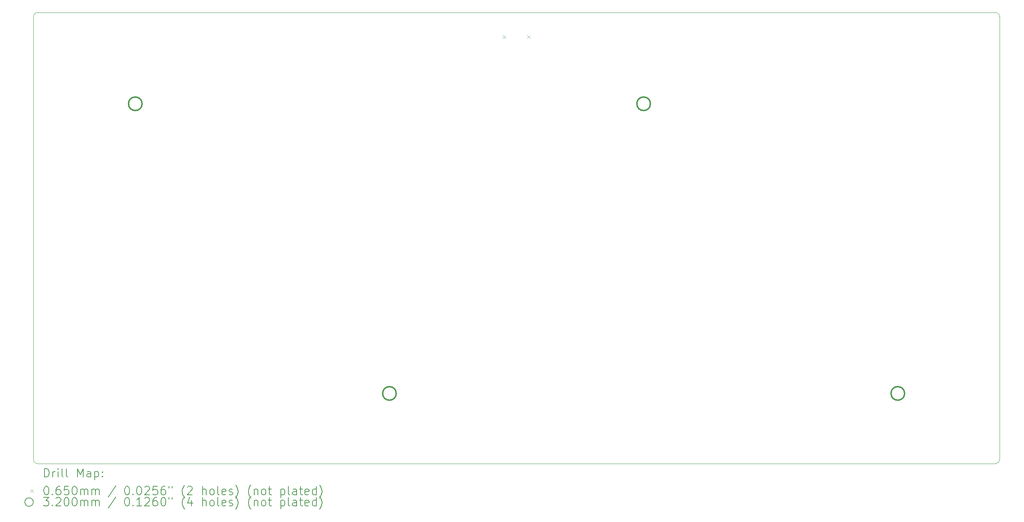
<source format=gbr>
%TF.GenerationSoftware,KiCad,Pcbnew,8.0.3*%
%TF.CreationDate,2024-07-13T17:19:21+02:00*%
%TF.ProjectId,faderboard,66616465-7262-46f6-9172-642e6b696361,rev?*%
%TF.SameCoordinates,Original*%
%TF.FileFunction,Drillmap*%
%TF.FilePolarity,Positive*%
%FSLAX45Y45*%
G04 Gerber Fmt 4.5, Leading zero omitted, Abs format (unit mm)*
G04 Created by KiCad (PCBNEW 8.0.3) date 2024-07-13 17:19:21*
%MOMM*%
%LPD*%
G01*
G04 APERTURE LIST*
%ADD10C,0.100000*%
%ADD11C,0.200000*%
%ADD12C,0.320000*%
G04 APERTURE END LIST*
D10*
X26152500Y-2565000D02*
X26152500Y-13035000D01*
X3447500Y-13135000D02*
X26052500Y-13135000D01*
X3447500Y-13135000D02*
G75*
G02*
X3347500Y-13035000I0J100000D01*
G01*
X3347500Y-2565000D02*
X3347500Y-13035000D01*
X3447500Y-2465000D02*
X26052500Y-2465000D01*
X26152500Y-13035000D02*
G75*
G02*
X26052500Y-13135000I-100000J0D01*
G01*
X3347500Y-2565000D02*
G75*
G02*
X3447500Y-2465000I100000J0D01*
G01*
X26052500Y-2465000D02*
G75*
G02*
X26152500Y-2565000I0J-100000D01*
G01*
D11*
D10*
X14428500Y-3011500D02*
X14493500Y-3076500D01*
X14493500Y-3011500D02*
X14428500Y-3076500D01*
X15006500Y-3011500D02*
X15071500Y-3076500D01*
X15071500Y-3011500D02*
X15006500Y-3076500D01*
D12*
X5910000Y-4625000D02*
G75*
G02*
X5590000Y-4625000I-160000J0D01*
G01*
X5590000Y-4625000D02*
G75*
G02*
X5910000Y-4625000I160000J0D01*
G01*
X11910000Y-11475000D02*
G75*
G02*
X11590000Y-11475000I-160000J0D01*
G01*
X11590000Y-11475000D02*
G75*
G02*
X11910000Y-11475000I160000J0D01*
G01*
X17910000Y-4625000D02*
G75*
G02*
X17590000Y-4625000I-160000J0D01*
G01*
X17590000Y-4625000D02*
G75*
G02*
X17910000Y-4625000I160000J0D01*
G01*
X23910000Y-11475000D02*
G75*
G02*
X23590000Y-11475000I-160000J0D01*
G01*
X23590000Y-11475000D02*
G75*
G02*
X23910000Y-11475000I160000J0D01*
G01*
D11*
X3603277Y-13451484D02*
X3603277Y-13251484D01*
X3603277Y-13251484D02*
X3650896Y-13251484D01*
X3650896Y-13251484D02*
X3679467Y-13261008D01*
X3679467Y-13261008D02*
X3698515Y-13280055D01*
X3698515Y-13280055D02*
X3708039Y-13299103D01*
X3708039Y-13299103D02*
X3717562Y-13337198D01*
X3717562Y-13337198D02*
X3717562Y-13365769D01*
X3717562Y-13365769D02*
X3708039Y-13403865D01*
X3708039Y-13403865D02*
X3698515Y-13422912D01*
X3698515Y-13422912D02*
X3679467Y-13441960D01*
X3679467Y-13441960D02*
X3650896Y-13451484D01*
X3650896Y-13451484D02*
X3603277Y-13451484D01*
X3803277Y-13451484D02*
X3803277Y-13318150D01*
X3803277Y-13356246D02*
X3812801Y-13337198D01*
X3812801Y-13337198D02*
X3822324Y-13327674D01*
X3822324Y-13327674D02*
X3841372Y-13318150D01*
X3841372Y-13318150D02*
X3860420Y-13318150D01*
X3927086Y-13451484D02*
X3927086Y-13318150D01*
X3927086Y-13251484D02*
X3917562Y-13261008D01*
X3917562Y-13261008D02*
X3927086Y-13270531D01*
X3927086Y-13270531D02*
X3936610Y-13261008D01*
X3936610Y-13261008D02*
X3927086Y-13251484D01*
X3927086Y-13251484D02*
X3927086Y-13270531D01*
X4050896Y-13451484D02*
X4031848Y-13441960D01*
X4031848Y-13441960D02*
X4022324Y-13422912D01*
X4022324Y-13422912D02*
X4022324Y-13251484D01*
X4155658Y-13451484D02*
X4136610Y-13441960D01*
X4136610Y-13441960D02*
X4127086Y-13422912D01*
X4127086Y-13422912D02*
X4127086Y-13251484D01*
X4384229Y-13451484D02*
X4384229Y-13251484D01*
X4384229Y-13251484D02*
X4450896Y-13394341D01*
X4450896Y-13394341D02*
X4517563Y-13251484D01*
X4517563Y-13251484D02*
X4517563Y-13451484D01*
X4698515Y-13451484D02*
X4698515Y-13346722D01*
X4698515Y-13346722D02*
X4688991Y-13327674D01*
X4688991Y-13327674D02*
X4669944Y-13318150D01*
X4669944Y-13318150D02*
X4631848Y-13318150D01*
X4631848Y-13318150D02*
X4612801Y-13327674D01*
X4698515Y-13441960D02*
X4679467Y-13451484D01*
X4679467Y-13451484D02*
X4631848Y-13451484D01*
X4631848Y-13451484D02*
X4612801Y-13441960D01*
X4612801Y-13441960D02*
X4603277Y-13422912D01*
X4603277Y-13422912D02*
X4603277Y-13403865D01*
X4603277Y-13403865D02*
X4612801Y-13384817D01*
X4612801Y-13384817D02*
X4631848Y-13375293D01*
X4631848Y-13375293D02*
X4679467Y-13375293D01*
X4679467Y-13375293D02*
X4698515Y-13365769D01*
X4793753Y-13318150D02*
X4793753Y-13518150D01*
X4793753Y-13327674D02*
X4812801Y-13318150D01*
X4812801Y-13318150D02*
X4850896Y-13318150D01*
X4850896Y-13318150D02*
X4869944Y-13327674D01*
X4869944Y-13327674D02*
X4879467Y-13337198D01*
X4879467Y-13337198D02*
X4888991Y-13356246D01*
X4888991Y-13356246D02*
X4888991Y-13413388D01*
X4888991Y-13413388D02*
X4879467Y-13432436D01*
X4879467Y-13432436D02*
X4869944Y-13441960D01*
X4869944Y-13441960D02*
X4850896Y-13451484D01*
X4850896Y-13451484D02*
X4812801Y-13451484D01*
X4812801Y-13451484D02*
X4793753Y-13441960D01*
X4974705Y-13432436D02*
X4984229Y-13441960D01*
X4984229Y-13441960D02*
X4974705Y-13451484D01*
X4974705Y-13451484D02*
X4965182Y-13441960D01*
X4965182Y-13441960D02*
X4974705Y-13432436D01*
X4974705Y-13432436D02*
X4974705Y-13451484D01*
X4974705Y-13327674D02*
X4984229Y-13337198D01*
X4984229Y-13337198D02*
X4974705Y-13346722D01*
X4974705Y-13346722D02*
X4965182Y-13337198D01*
X4965182Y-13337198D02*
X4974705Y-13327674D01*
X4974705Y-13327674D02*
X4974705Y-13346722D01*
D10*
X3277500Y-13747500D02*
X3342500Y-13812500D01*
X3342500Y-13747500D02*
X3277500Y-13812500D01*
D11*
X3641372Y-13671484D02*
X3660420Y-13671484D01*
X3660420Y-13671484D02*
X3679467Y-13681008D01*
X3679467Y-13681008D02*
X3688991Y-13690531D01*
X3688991Y-13690531D02*
X3698515Y-13709579D01*
X3698515Y-13709579D02*
X3708039Y-13747674D01*
X3708039Y-13747674D02*
X3708039Y-13795293D01*
X3708039Y-13795293D02*
X3698515Y-13833388D01*
X3698515Y-13833388D02*
X3688991Y-13852436D01*
X3688991Y-13852436D02*
X3679467Y-13861960D01*
X3679467Y-13861960D02*
X3660420Y-13871484D01*
X3660420Y-13871484D02*
X3641372Y-13871484D01*
X3641372Y-13871484D02*
X3622324Y-13861960D01*
X3622324Y-13861960D02*
X3612801Y-13852436D01*
X3612801Y-13852436D02*
X3603277Y-13833388D01*
X3603277Y-13833388D02*
X3593753Y-13795293D01*
X3593753Y-13795293D02*
X3593753Y-13747674D01*
X3593753Y-13747674D02*
X3603277Y-13709579D01*
X3603277Y-13709579D02*
X3612801Y-13690531D01*
X3612801Y-13690531D02*
X3622324Y-13681008D01*
X3622324Y-13681008D02*
X3641372Y-13671484D01*
X3793753Y-13852436D02*
X3803277Y-13861960D01*
X3803277Y-13861960D02*
X3793753Y-13871484D01*
X3793753Y-13871484D02*
X3784229Y-13861960D01*
X3784229Y-13861960D02*
X3793753Y-13852436D01*
X3793753Y-13852436D02*
X3793753Y-13871484D01*
X3974705Y-13671484D02*
X3936610Y-13671484D01*
X3936610Y-13671484D02*
X3917562Y-13681008D01*
X3917562Y-13681008D02*
X3908039Y-13690531D01*
X3908039Y-13690531D02*
X3888991Y-13719103D01*
X3888991Y-13719103D02*
X3879467Y-13757198D01*
X3879467Y-13757198D02*
X3879467Y-13833388D01*
X3879467Y-13833388D02*
X3888991Y-13852436D01*
X3888991Y-13852436D02*
X3898515Y-13861960D01*
X3898515Y-13861960D02*
X3917562Y-13871484D01*
X3917562Y-13871484D02*
X3955658Y-13871484D01*
X3955658Y-13871484D02*
X3974705Y-13861960D01*
X3974705Y-13861960D02*
X3984229Y-13852436D01*
X3984229Y-13852436D02*
X3993753Y-13833388D01*
X3993753Y-13833388D02*
X3993753Y-13785769D01*
X3993753Y-13785769D02*
X3984229Y-13766722D01*
X3984229Y-13766722D02*
X3974705Y-13757198D01*
X3974705Y-13757198D02*
X3955658Y-13747674D01*
X3955658Y-13747674D02*
X3917562Y-13747674D01*
X3917562Y-13747674D02*
X3898515Y-13757198D01*
X3898515Y-13757198D02*
X3888991Y-13766722D01*
X3888991Y-13766722D02*
X3879467Y-13785769D01*
X4174705Y-13671484D02*
X4079467Y-13671484D01*
X4079467Y-13671484D02*
X4069943Y-13766722D01*
X4069943Y-13766722D02*
X4079467Y-13757198D01*
X4079467Y-13757198D02*
X4098515Y-13747674D01*
X4098515Y-13747674D02*
X4146134Y-13747674D01*
X4146134Y-13747674D02*
X4165182Y-13757198D01*
X4165182Y-13757198D02*
X4174705Y-13766722D01*
X4174705Y-13766722D02*
X4184229Y-13785769D01*
X4184229Y-13785769D02*
X4184229Y-13833388D01*
X4184229Y-13833388D02*
X4174705Y-13852436D01*
X4174705Y-13852436D02*
X4165182Y-13861960D01*
X4165182Y-13861960D02*
X4146134Y-13871484D01*
X4146134Y-13871484D02*
X4098515Y-13871484D01*
X4098515Y-13871484D02*
X4079467Y-13861960D01*
X4079467Y-13861960D02*
X4069943Y-13852436D01*
X4308039Y-13671484D02*
X4327086Y-13671484D01*
X4327086Y-13671484D02*
X4346134Y-13681008D01*
X4346134Y-13681008D02*
X4355658Y-13690531D01*
X4355658Y-13690531D02*
X4365182Y-13709579D01*
X4365182Y-13709579D02*
X4374705Y-13747674D01*
X4374705Y-13747674D02*
X4374705Y-13795293D01*
X4374705Y-13795293D02*
X4365182Y-13833388D01*
X4365182Y-13833388D02*
X4355658Y-13852436D01*
X4355658Y-13852436D02*
X4346134Y-13861960D01*
X4346134Y-13861960D02*
X4327086Y-13871484D01*
X4327086Y-13871484D02*
X4308039Y-13871484D01*
X4308039Y-13871484D02*
X4288991Y-13861960D01*
X4288991Y-13861960D02*
X4279467Y-13852436D01*
X4279467Y-13852436D02*
X4269944Y-13833388D01*
X4269944Y-13833388D02*
X4260420Y-13795293D01*
X4260420Y-13795293D02*
X4260420Y-13747674D01*
X4260420Y-13747674D02*
X4269944Y-13709579D01*
X4269944Y-13709579D02*
X4279467Y-13690531D01*
X4279467Y-13690531D02*
X4288991Y-13681008D01*
X4288991Y-13681008D02*
X4308039Y-13671484D01*
X4460420Y-13871484D02*
X4460420Y-13738150D01*
X4460420Y-13757198D02*
X4469944Y-13747674D01*
X4469944Y-13747674D02*
X4488991Y-13738150D01*
X4488991Y-13738150D02*
X4517563Y-13738150D01*
X4517563Y-13738150D02*
X4536610Y-13747674D01*
X4536610Y-13747674D02*
X4546134Y-13766722D01*
X4546134Y-13766722D02*
X4546134Y-13871484D01*
X4546134Y-13766722D02*
X4555658Y-13747674D01*
X4555658Y-13747674D02*
X4574705Y-13738150D01*
X4574705Y-13738150D02*
X4603277Y-13738150D01*
X4603277Y-13738150D02*
X4622325Y-13747674D01*
X4622325Y-13747674D02*
X4631848Y-13766722D01*
X4631848Y-13766722D02*
X4631848Y-13871484D01*
X4727086Y-13871484D02*
X4727086Y-13738150D01*
X4727086Y-13757198D02*
X4736610Y-13747674D01*
X4736610Y-13747674D02*
X4755658Y-13738150D01*
X4755658Y-13738150D02*
X4784229Y-13738150D01*
X4784229Y-13738150D02*
X4803277Y-13747674D01*
X4803277Y-13747674D02*
X4812801Y-13766722D01*
X4812801Y-13766722D02*
X4812801Y-13871484D01*
X4812801Y-13766722D02*
X4822325Y-13747674D01*
X4822325Y-13747674D02*
X4841372Y-13738150D01*
X4841372Y-13738150D02*
X4869944Y-13738150D01*
X4869944Y-13738150D02*
X4888991Y-13747674D01*
X4888991Y-13747674D02*
X4898515Y-13766722D01*
X4898515Y-13766722D02*
X4898515Y-13871484D01*
X5288991Y-13661960D02*
X5117563Y-13919103D01*
X5546134Y-13671484D02*
X5565182Y-13671484D01*
X5565182Y-13671484D02*
X5584229Y-13681008D01*
X5584229Y-13681008D02*
X5593753Y-13690531D01*
X5593753Y-13690531D02*
X5603277Y-13709579D01*
X5603277Y-13709579D02*
X5612801Y-13747674D01*
X5612801Y-13747674D02*
X5612801Y-13795293D01*
X5612801Y-13795293D02*
X5603277Y-13833388D01*
X5603277Y-13833388D02*
X5593753Y-13852436D01*
X5593753Y-13852436D02*
X5584229Y-13861960D01*
X5584229Y-13861960D02*
X5565182Y-13871484D01*
X5565182Y-13871484D02*
X5546134Y-13871484D01*
X5546134Y-13871484D02*
X5527087Y-13861960D01*
X5527087Y-13861960D02*
X5517563Y-13852436D01*
X5517563Y-13852436D02*
X5508039Y-13833388D01*
X5508039Y-13833388D02*
X5498515Y-13795293D01*
X5498515Y-13795293D02*
X5498515Y-13747674D01*
X5498515Y-13747674D02*
X5508039Y-13709579D01*
X5508039Y-13709579D02*
X5517563Y-13690531D01*
X5517563Y-13690531D02*
X5527087Y-13681008D01*
X5527087Y-13681008D02*
X5546134Y-13671484D01*
X5698515Y-13852436D02*
X5708039Y-13861960D01*
X5708039Y-13861960D02*
X5698515Y-13871484D01*
X5698515Y-13871484D02*
X5688991Y-13861960D01*
X5688991Y-13861960D02*
X5698515Y-13852436D01*
X5698515Y-13852436D02*
X5698515Y-13871484D01*
X5831848Y-13671484D02*
X5850896Y-13671484D01*
X5850896Y-13671484D02*
X5869944Y-13681008D01*
X5869944Y-13681008D02*
X5879467Y-13690531D01*
X5879467Y-13690531D02*
X5888991Y-13709579D01*
X5888991Y-13709579D02*
X5898515Y-13747674D01*
X5898515Y-13747674D02*
X5898515Y-13795293D01*
X5898515Y-13795293D02*
X5888991Y-13833388D01*
X5888991Y-13833388D02*
X5879467Y-13852436D01*
X5879467Y-13852436D02*
X5869944Y-13861960D01*
X5869944Y-13861960D02*
X5850896Y-13871484D01*
X5850896Y-13871484D02*
X5831848Y-13871484D01*
X5831848Y-13871484D02*
X5812801Y-13861960D01*
X5812801Y-13861960D02*
X5803277Y-13852436D01*
X5803277Y-13852436D02*
X5793753Y-13833388D01*
X5793753Y-13833388D02*
X5784229Y-13795293D01*
X5784229Y-13795293D02*
X5784229Y-13747674D01*
X5784229Y-13747674D02*
X5793753Y-13709579D01*
X5793753Y-13709579D02*
X5803277Y-13690531D01*
X5803277Y-13690531D02*
X5812801Y-13681008D01*
X5812801Y-13681008D02*
X5831848Y-13671484D01*
X5974706Y-13690531D02*
X5984229Y-13681008D01*
X5984229Y-13681008D02*
X6003277Y-13671484D01*
X6003277Y-13671484D02*
X6050896Y-13671484D01*
X6050896Y-13671484D02*
X6069944Y-13681008D01*
X6069944Y-13681008D02*
X6079467Y-13690531D01*
X6079467Y-13690531D02*
X6088991Y-13709579D01*
X6088991Y-13709579D02*
X6088991Y-13728627D01*
X6088991Y-13728627D02*
X6079467Y-13757198D01*
X6079467Y-13757198D02*
X5965182Y-13871484D01*
X5965182Y-13871484D02*
X6088991Y-13871484D01*
X6269944Y-13671484D02*
X6174706Y-13671484D01*
X6174706Y-13671484D02*
X6165182Y-13766722D01*
X6165182Y-13766722D02*
X6174706Y-13757198D01*
X6174706Y-13757198D02*
X6193753Y-13747674D01*
X6193753Y-13747674D02*
X6241372Y-13747674D01*
X6241372Y-13747674D02*
X6260420Y-13757198D01*
X6260420Y-13757198D02*
X6269944Y-13766722D01*
X6269944Y-13766722D02*
X6279467Y-13785769D01*
X6279467Y-13785769D02*
X6279467Y-13833388D01*
X6279467Y-13833388D02*
X6269944Y-13852436D01*
X6269944Y-13852436D02*
X6260420Y-13861960D01*
X6260420Y-13861960D02*
X6241372Y-13871484D01*
X6241372Y-13871484D02*
X6193753Y-13871484D01*
X6193753Y-13871484D02*
X6174706Y-13861960D01*
X6174706Y-13861960D02*
X6165182Y-13852436D01*
X6450896Y-13671484D02*
X6412801Y-13671484D01*
X6412801Y-13671484D02*
X6393753Y-13681008D01*
X6393753Y-13681008D02*
X6384229Y-13690531D01*
X6384229Y-13690531D02*
X6365182Y-13719103D01*
X6365182Y-13719103D02*
X6355658Y-13757198D01*
X6355658Y-13757198D02*
X6355658Y-13833388D01*
X6355658Y-13833388D02*
X6365182Y-13852436D01*
X6365182Y-13852436D02*
X6374706Y-13861960D01*
X6374706Y-13861960D02*
X6393753Y-13871484D01*
X6393753Y-13871484D02*
X6431848Y-13871484D01*
X6431848Y-13871484D02*
X6450896Y-13861960D01*
X6450896Y-13861960D02*
X6460420Y-13852436D01*
X6460420Y-13852436D02*
X6469944Y-13833388D01*
X6469944Y-13833388D02*
X6469944Y-13785769D01*
X6469944Y-13785769D02*
X6460420Y-13766722D01*
X6460420Y-13766722D02*
X6450896Y-13757198D01*
X6450896Y-13757198D02*
X6431848Y-13747674D01*
X6431848Y-13747674D02*
X6393753Y-13747674D01*
X6393753Y-13747674D02*
X6374706Y-13757198D01*
X6374706Y-13757198D02*
X6365182Y-13766722D01*
X6365182Y-13766722D02*
X6355658Y-13785769D01*
X6546134Y-13671484D02*
X6546134Y-13709579D01*
X6622325Y-13671484D02*
X6622325Y-13709579D01*
X6917563Y-13947674D02*
X6908039Y-13938150D01*
X6908039Y-13938150D02*
X6888991Y-13909579D01*
X6888991Y-13909579D02*
X6879468Y-13890531D01*
X6879468Y-13890531D02*
X6869944Y-13861960D01*
X6869944Y-13861960D02*
X6860420Y-13814341D01*
X6860420Y-13814341D02*
X6860420Y-13776246D01*
X6860420Y-13776246D02*
X6869944Y-13728627D01*
X6869944Y-13728627D02*
X6879468Y-13700055D01*
X6879468Y-13700055D02*
X6888991Y-13681008D01*
X6888991Y-13681008D02*
X6908039Y-13652436D01*
X6908039Y-13652436D02*
X6917563Y-13642912D01*
X6984229Y-13690531D02*
X6993753Y-13681008D01*
X6993753Y-13681008D02*
X7012801Y-13671484D01*
X7012801Y-13671484D02*
X7060420Y-13671484D01*
X7060420Y-13671484D02*
X7079468Y-13681008D01*
X7079468Y-13681008D02*
X7088991Y-13690531D01*
X7088991Y-13690531D02*
X7098515Y-13709579D01*
X7098515Y-13709579D02*
X7098515Y-13728627D01*
X7098515Y-13728627D02*
X7088991Y-13757198D01*
X7088991Y-13757198D02*
X6974706Y-13871484D01*
X6974706Y-13871484D02*
X7098515Y-13871484D01*
X7336610Y-13871484D02*
X7336610Y-13671484D01*
X7422325Y-13871484D02*
X7422325Y-13766722D01*
X7422325Y-13766722D02*
X7412801Y-13747674D01*
X7412801Y-13747674D02*
X7393753Y-13738150D01*
X7393753Y-13738150D02*
X7365182Y-13738150D01*
X7365182Y-13738150D02*
X7346134Y-13747674D01*
X7346134Y-13747674D02*
X7336610Y-13757198D01*
X7546134Y-13871484D02*
X7527087Y-13861960D01*
X7527087Y-13861960D02*
X7517563Y-13852436D01*
X7517563Y-13852436D02*
X7508039Y-13833388D01*
X7508039Y-13833388D02*
X7508039Y-13776246D01*
X7508039Y-13776246D02*
X7517563Y-13757198D01*
X7517563Y-13757198D02*
X7527087Y-13747674D01*
X7527087Y-13747674D02*
X7546134Y-13738150D01*
X7546134Y-13738150D02*
X7574706Y-13738150D01*
X7574706Y-13738150D02*
X7593753Y-13747674D01*
X7593753Y-13747674D02*
X7603277Y-13757198D01*
X7603277Y-13757198D02*
X7612801Y-13776246D01*
X7612801Y-13776246D02*
X7612801Y-13833388D01*
X7612801Y-13833388D02*
X7603277Y-13852436D01*
X7603277Y-13852436D02*
X7593753Y-13861960D01*
X7593753Y-13861960D02*
X7574706Y-13871484D01*
X7574706Y-13871484D02*
X7546134Y-13871484D01*
X7727087Y-13871484D02*
X7708039Y-13861960D01*
X7708039Y-13861960D02*
X7698515Y-13842912D01*
X7698515Y-13842912D02*
X7698515Y-13671484D01*
X7879468Y-13861960D02*
X7860420Y-13871484D01*
X7860420Y-13871484D02*
X7822325Y-13871484D01*
X7822325Y-13871484D02*
X7803277Y-13861960D01*
X7803277Y-13861960D02*
X7793753Y-13842912D01*
X7793753Y-13842912D02*
X7793753Y-13766722D01*
X7793753Y-13766722D02*
X7803277Y-13747674D01*
X7803277Y-13747674D02*
X7822325Y-13738150D01*
X7822325Y-13738150D02*
X7860420Y-13738150D01*
X7860420Y-13738150D02*
X7879468Y-13747674D01*
X7879468Y-13747674D02*
X7888991Y-13766722D01*
X7888991Y-13766722D02*
X7888991Y-13785769D01*
X7888991Y-13785769D02*
X7793753Y-13804817D01*
X7965182Y-13861960D02*
X7984230Y-13871484D01*
X7984230Y-13871484D02*
X8022325Y-13871484D01*
X8022325Y-13871484D02*
X8041372Y-13861960D01*
X8041372Y-13861960D02*
X8050896Y-13842912D01*
X8050896Y-13842912D02*
X8050896Y-13833388D01*
X8050896Y-13833388D02*
X8041372Y-13814341D01*
X8041372Y-13814341D02*
X8022325Y-13804817D01*
X8022325Y-13804817D02*
X7993753Y-13804817D01*
X7993753Y-13804817D02*
X7974706Y-13795293D01*
X7974706Y-13795293D02*
X7965182Y-13776246D01*
X7965182Y-13776246D02*
X7965182Y-13766722D01*
X7965182Y-13766722D02*
X7974706Y-13747674D01*
X7974706Y-13747674D02*
X7993753Y-13738150D01*
X7993753Y-13738150D02*
X8022325Y-13738150D01*
X8022325Y-13738150D02*
X8041372Y-13747674D01*
X8117563Y-13947674D02*
X8127087Y-13938150D01*
X8127087Y-13938150D02*
X8146134Y-13909579D01*
X8146134Y-13909579D02*
X8155658Y-13890531D01*
X8155658Y-13890531D02*
X8165182Y-13861960D01*
X8165182Y-13861960D02*
X8174706Y-13814341D01*
X8174706Y-13814341D02*
X8174706Y-13776246D01*
X8174706Y-13776246D02*
X8165182Y-13728627D01*
X8165182Y-13728627D02*
X8155658Y-13700055D01*
X8155658Y-13700055D02*
X8146134Y-13681008D01*
X8146134Y-13681008D02*
X8127087Y-13652436D01*
X8127087Y-13652436D02*
X8117563Y-13642912D01*
X8479468Y-13947674D02*
X8469944Y-13938150D01*
X8469944Y-13938150D02*
X8450896Y-13909579D01*
X8450896Y-13909579D02*
X8441373Y-13890531D01*
X8441373Y-13890531D02*
X8431849Y-13861960D01*
X8431849Y-13861960D02*
X8422325Y-13814341D01*
X8422325Y-13814341D02*
X8422325Y-13776246D01*
X8422325Y-13776246D02*
X8431849Y-13728627D01*
X8431849Y-13728627D02*
X8441373Y-13700055D01*
X8441373Y-13700055D02*
X8450896Y-13681008D01*
X8450896Y-13681008D02*
X8469944Y-13652436D01*
X8469944Y-13652436D02*
X8479468Y-13642912D01*
X8555658Y-13738150D02*
X8555658Y-13871484D01*
X8555658Y-13757198D02*
X8565182Y-13747674D01*
X8565182Y-13747674D02*
X8584230Y-13738150D01*
X8584230Y-13738150D02*
X8612801Y-13738150D01*
X8612801Y-13738150D02*
X8631849Y-13747674D01*
X8631849Y-13747674D02*
X8641373Y-13766722D01*
X8641373Y-13766722D02*
X8641373Y-13871484D01*
X8765182Y-13871484D02*
X8746134Y-13861960D01*
X8746134Y-13861960D02*
X8736611Y-13852436D01*
X8736611Y-13852436D02*
X8727087Y-13833388D01*
X8727087Y-13833388D02*
X8727087Y-13776246D01*
X8727087Y-13776246D02*
X8736611Y-13757198D01*
X8736611Y-13757198D02*
X8746134Y-13747674D01*
X8746134Y-13747674D02*
X8765182Y-13738150D01*
X8765182Y-13738150D02*
X8793754Y-13738150D01*
X8793754Y-13738150D02*
X8812801Y-13747674D01*
X8812801Y-13747674D02*
X8822325Y-13757198D01*
X8822325Y-13757198D02*
X8831849Y-13776246D01*
X8831849Y-13776246D02*
X8831849Y-13833388D01*
X8831849Y-13833388D02*
X8822325Y-13852436D01*
X8822325Y-13852436D02*
X8812801Y-13861960D01*
X8812801Y-13861960D02*
X8793754Y-13871484D01*
X8793754Y-13871484D02*
X8765182Y-13871484D01*
X8888992Y-13738150D02*
X8965182Y-13738150D01*
X8917563Y-13671484D02*
X8917563Y-13842912D01*
X8917563Y-13842912D02*
X8927087Y-13861960D01*
X8927087Y-13861960D02*
X8946134Y-13871484D01*
X8946134Y-13871484D02*
X8965182Y-13871484D01*
X9184230Y-13738150D02*
X9184230Y-13938150D01*
X9184230Y-13747674D02*
X9203277Y-13738150D01*
X9203277Y-13738150D02*
X9241373Y-13738150D01*
X9241373Y-13738150D02*
X9260420Y-13747674D01*
X9260420Y-13747674D02*
X9269944Y-13757198D01*
X9269944Y-13757198D02*
X9279468Y-13776246D01*
X9279468Y-13776246D02*
X9279468Y-13833388D01*
X9279468Y-13833388D02*
X9269944Y-13852436D01*
X9269944Y-13852436D02*
X9260420Y-13861960D01*
X9260420Y-13861960D02*
X9241373Y-13871484D01*
X9241373Y-13871484D02*
X9203277Y-13871484D01*
X9203277Y-13871484D02*
X9184230Y-13861960D01*
X9393754Y-13871484D02*
X9374706Y-13861960D01*
X9374706Y-13861960D02*
X9365182Y-13842912D01*
X9365182Y-13842912D02*
X9365182Y-13671484D01*
X9555658Y-13871484D02*
X9555658Y-13766722D01*
X9555658Y-13766722D02*
X9546135Y-13747674D01*
X9546135Y-13747674D02*
X9527087Y-13738150D01*
X9527087Y-13738150D02*
X9488992Y-13738150D01*
X9488992Y-13738150D02*
X9469944Y-13747674D01*
X9555658Y-13861960D02*
X9536611Y-13871484D01*
X9536611Y-13871484D02*
X9488992Y-13871484D01*
X9488992Y-13871484D02*
X9469944Y-13861960D01*
X9469944Y-13861960D02*
X9460420Y-13842912D01*
X9460420Y-13842912D02*
X9460420Y-13823865D01*
X9460420Y-13823865D02*
X9469944Y-13804817D01*
X9469944Y-13804817D02*
X9488992Y-13795293D01*
X9488992Y-13795293D02*
X9536611Y-13795293D01*
X9536611Y-13795293D02*
X9555658Y-13785769D01*
X9622325Y-13738150D02*
X9698515Y-13738150D01*
X9650896Y-13671484D02*
X9650896Y-13842912D01*
X9650896Y-13842912D02*
X9660420Y-13861960D01*
X9660420Y-13861960D02*
X9679468Y-13871484D01*
X9679468Y-13871484D02*
X9698515Y-13871484D01*
X9841373Y-13861960D02*
X9822325Y-13871484D01*
X9822325Y-13871484D02*
X9784230Y-13871484D01*
X9784230Y-13871484D02*
X9765182Y-13861960D01*
X9765182Y-13861960D02*
X9755658Y-13842912D01*
X9755658Y-13842912D02*
X9755658Y-13766722D01*
X9755658Y-13766722D02*
X9765182Y-13747674D01*
X9765182Y-13747674D02*
X9784230Y-13738150D01*
X9784230Y-13738150D02*
X9822325Y-13738150D01*
X9822325Y-13738150D02*
X9841373Y-13747674D01*
X9841373Y-13747674D02*
X9850896Y-13766722D01*
X9850896Y-13766722D02*
X9850896Y-13785769D01*
X9850896Y-13785769D02*
X9755658Y-13804817D01*
X10022325Y-13871484D02*
X10022325Y-13671484D01*
X10022325Y-13861960D02*
X10003277Y-13871484D01*
X10003277Y-13871484D02*
X9965182Y-13871484D01*
X9965182Y-13871484D02*
X9946135Y-13861960D01*
X9946135Y-13861960D02*
X9936611Y-13852436D01*
X9936611Y-13852436D02*
X9927087Y-13833388D01*
X9927087Y-13833388D02*
X9927087Y-13776246D01*
X9927087Y-13776246D02*
X9936611Y-13757198D01*
X9936611Y-13757198D02*
X9946135Y-13747674D01*
X9946135Y-13747674D02*
X9965182Y-13738150D01*
X9965182Y-13738150D02*
X10003277Y-13738150D01*
X10003277Y-13738150D02*
X10022325Y-13747674D01*
X10098516Y-13947674D02*
X10108039Y-13938150D01*
X10108039Y-13938150D02*
X10127087Y-13909579D01*
X10127087Y-13909579D02*
X10136611Y-13890531D01*
X10136611Y-13890531D02*
X10146135Y-13861960D01*
X10146135Y-13861960D02*
X10155658Y-13814341D01*
X10155658Y-13814341D02*
X10155658Y-13776246D01*
X10155658Y-13776246D02*
X10146135Y-13728627D01*
X10146135Y-13728627D02*
X10136611Y-13700055D01*
X10136611Y-13700055D02*
X10127087Y-13681008D01*
X10127087Y-13681008D02*
X10108039Y-13652436D01*
X10108039Y-13652436D02*
X10098516Y-13642912D01*
X3342500Y-14044000D02*
G75*
G02*
X3142500Y-14044000I-100000J0D01*
G01*
X3142500Y-14044000D02*
G75*
G02*
X3342500Y-14044000I100000J0D01*
G01*
X3584229Y-13935484D02*
X3708039Y-13935484D01*
X3708039Y-13935484D02*
X3641372Y-14011674D01*
X3641372Y-14011674D02*
X3669943Y-14011674D01*
X3669943Y-14011674D02*
X3688991Y-14021198D01*
X3688991Y-14021198D02*
X3698515Y-14030722D01*
X3698515Y-14030722D02*
X3708039Y-14049769D01*
X3708039Y-14049769D02*
X3708039Y-14097388D01*
X3708039Y-14097388D02*
X3698515Y-14116436D01*
X3698515Y-14116436D02*
X3688991Y-14125960D01*
X3688991Y-14125960D02*
X3669943Y-14135484D01*
X3669943Y-14135484D02*
X3612801Y-14135484D01*
X3612801Y-14135484D02*
X3593753Y-14125960D01*
X3593753Y-14125960D02*
X3584229Y-14116436D01*
X3793753Y-14116436D02*
X3803277Y-14125960D01*
X3803277Y-14125960D02*
X3793753Y-14135484D01*
X3793753Y-14135484D02*
X3784229Y-14125960D01*
X3784229Y-14125960D02*
X3793753Y-14116436D01*
X3793753Y-14116436D02*
X3793753Y-14135484D01*
X3879467Y-13954531D02*
X3888991Y-13945008D01*
X3888991Y-13945008D02*
X3908039Y-13935484D01*
X3908039Y-13935484D02*
X3955658Y-13935484D01*
X3955658Y-13935484D02*
X3974705Y-13945008D01*
X3974705Y-13945008D02*
X3984229Y-13954531D01*
X3984229Y-13954531D02*
X3993753Y-13973579D01*
X3993753Y-13973579D02*
X3993753Y-13992627D01*
X3993753Y-13992627D02*
X3984229Y-14021198D01*
X3984229Y-14021198D02*
X3869943Y-14135484D01*
X3869943Y-14135484D02*
X3993753Y-14135484D01*
X4117562Y-13935484D02*
X4136610Y-13935484D01*
X4136610Y-13935484D02*
X4155658Y-13945008D01*
X4155658Y-13945008D02*
X4165182Y-13954531D01*
X4165182Y-13954531D02*
X4174705Y-13973579D01*
X4174705Y-13973579D02*
X4184229Y-14011674D01*
X4184229Y-14011674D02*
X4184229Y-14059293D01*
X4184229Y-14059293D02*
X4174705Y-14097388D01*
X4174705Y-14097388D02*
X4165182Y-14116436D01*
X4165182Y-14116436D02*
X4155658Y-14125960D01*
X4155658Y-14125960D02*
X4136610Y-14135484D01*
X4136610Y-14135484D02*
X4117562Y-14135484D01*
X4117562Y-14135484D02*
X4098515Y-14125960D01*
X4098515Y-14125960D02*
X4088991Y-14116436D01*
X4088991Y-14116436D02*
X4079467Y-14097388D01*
X4079467Y-14097388D02*
X4069943Y-14059293D01*
X4069943Y-14059293D02*
X4069943Y-14011674D01*
X4069943Y-14011674D02*
X4079467Y-13973579D01*
X4079467Y-13973579D02*
X4088991Y-13954531D01*
X4088991Y-13954531D02*
X4098515Y-13945008D01*
X4098515Y-13945008D02*
X4117562Y-13935484D01*
X4308039Y-13935484D02*
X4327086Y-13935484D01*
X4327086Y-13935484D02*
X4346134Y-13945008D01*
X4346134Y-13945008D02*
X4355658Y-13954531D01*
X4355658Y-13954531D02*
X4365182Y-13973579D01*
X4365182Y-13973579D02*
X4374705Y-14011674D01*
X4374705Y-14011674D02*
X4374705Y-14059293D01*
X4374705Y-14059293D02*
X4365182Y-14097388D01*
X4365182Y-14097388D02*
X4355658Y-14116436D01*
X4355658Y-14116436D02*
X4346134Y-14125960D01*
X4346134Y-14125960D02*
X4327086Y-14135484D01*
X4327086Y-14135484D02*
X4308039Y-14135484D01*
X4308039Y-14135484D02*
X4288991Y-14125960D01*
X4288991Y-14125960D02*
X4279467Y-14116436D01*
X4279467Y-14116436D02*
X4269944Y-14097388D01*
X4269944Y-14097388D02*
X4260420Y-14059293D01*
X4260420Y-14059293D02*
X4260420Y-14011674D01*
X4260420Y-14011674D02*
X4269944Y-13973579D01*
X4269944Y-13973579D02*
X4279467Y-13954531D01*
X4279467Y-13954531D02*
X4288991Y-13945008D01*
X4288991Y-13945008D02*
X4308039Y-13935484D01*
X4460420Y-14135484D02*
X4460420Y-14002150D01*
X4460420Y-14021198D02*
X4469944Y-14011674D01*
X4469944Y-14011674D02*
X4488991Y-14002150D01*
X4488991Y-14002150D02*
X4517563Y-14002150D01*
X4517563Y-14002150D02*
X4536610Y-14011674D01*
X4536610Y-14011674D02*
X4546134Y-14030722D01*
X4546134Y-14030722D02*
X4546134Y-14135484D01*
X4546134Y-14030722D02*
X4555658Y-14011674D01*
X4555658Y-14011674D02*
X4574705Y-14002150D01*
X4574705Y-14002150D02*
X4603277Y-14002150D01*
X4603277Y-14002150D02*
X4622325Y-14011674D01*
X4622325Y-14011674D02*
X4631848Y-14030722D01*
X4631848Y-14030722D02*
X4631848Y-14135484D01*
X4727086Y-14135484D02*
X4727086Y-14002150D01*
X4727086Y-14021198D02*
X4736610Y-14011674D01*
X4736610Y-14011674D02*
X4755658Y-14002150D01*
X4755658Y-14002150D02*
X4784229Y-14002150D01*
X4784229Y-14002150D02*
X4803277Y-14011674D01*
X4803277Y-14011674D02*
X4812801Y-14030722D01*
X4812801Y-14030722D02*
X4812801Y-14135484D01*
X4812801Y-14030722D02*
X4822325Y-14011674D01*
X4822325Y-14011674D02*
X4841372Y-14002150D01*
X4841372Y-14002150D02*
X4869944Y-14002150D01*
X4869944Y-14002150D02*
X4888991Y-14011674D01*
X4888991Y-14011674D02*
X4898515Y-14030722D01*
X4898515Y-14030722D02*
X4898515Y-14135484D01*
X5288991Y-13925960D02*
X5117563Y-14183103D01*
X5546134Y-13935484D02*
X5565182Y-13935484D01*
X5565182Y-13935484D02*
X5584229Y-13945008D01*
X5584229Y-13945008D02*
X5593753Y-13954531D01*
X5593753Y-13954531D02*
X5603277Y-13973579D01*
X5603277Y-13973579D02*
X5612801Y-14011674D01*
X5612801Y-14011674D02*
X5612801Y-14059293D01*
X5612801Y-14059293D02*
X5603277Y-14097388D01*
X5603277Y-14097388D02*
X5593753Y-14116436D01*
X5593753Y-14116436D02*
X5584229Y-14125960D01*
X5584229Y-14125960D02*
X5565182Y-14135484D01*
X5565182Y-14135484D02*
X5546134Y-14135484D01*
X5546134Y-14135484D02*
X5527087Y-14125960D01*
X5527087Y-14125960D02*
X5517563Y-14116436D01*
X5517563Y-14116436D02*
X5508039Y-14097388D01*
X5508039Y-14097388D02*
X5498515Y-14059293D01*
X5498515Y-14059293D02*
X5498515Y-14011674D01*
X5498515Y-14011674D02*
X5508039Y-13973579D01*
X5508039Y-13973579D02*
X5517563Y-13954531D01*
X5517563Y-13954531D02*
X5527087Y-13945008D01*
X5527087Y-13945008D02*
X5546134Y-13935484D01*
X5698515Y-14116436D02*
X5708039Y-14125960D01*
X5708039Y-14125960D02*
X5698515Y-14135484D01*
X5698515Y-14135484D02*
X5688991Y-14125960D01*
X5688991Y-14125960D02*
X5698515Y-14116436D01*
X5698515Y-14116436D02*
X5698515Y-14135484D01*
X5898515Y-14135484D02*
X5784229Y-14135484D01*
X5841372Y-14135484D02*
X5841372Y-13935484D01*
X5841372Y-13935484D02*
X5822325Y-13964055D01*
X5822325Y-13964055D02*
X5803277Y-13983103D01*
X5803277Y-13983103D02*
X5784229Y-13992627D01*
X5974706Y-13954531D02*
X5984229Y-13945008D01*
X5984229Y-13945008D02*
X6003277Y-13935484D01*
X6003277Y-13935484D02*
X6050896Y-13935484D01*
X6050896Y-13935484D02*
X6069944Y-13945008D01*
X6069944Y-13945008D02*
X6079467Y-13954531D01*
X6079467Y-13954531D02*
X6088991Y-13973579D01*
X6088991Y-13973579D02*
X6088991Y-13992627D01*
X6088991Y-13992627D02*
X6079467Y-14021198D01*
X6079467Y-14021198D02*
X5965182Y-14135484D01*
X5965182Y-14135484D02*
X6088991Y-14135484D01*
X6260420Y-13935484D02*
X6222325Y-13935484D01*
X6222325Y-13935484D02*
X6203277Y-13945008D01*
X6203277Y-13945008D02*
X6193753Y-13954531D01*
X6193753Y-13954531D02*
X6174706Y-13983103D01*
X6174706Y-13983103D02*
X6165182Y-14021198D01*
X6165182Y-14021198D02*
X6165182Y-14097388D01*
X6165182Y-14097388D02*
X6174706Y-14116436D01*
X6174706Y-14116436D02*
X6184229Y-14125960D01*
X6184229Y-14125960D02*
X6203277Y-14135484D01*
X6203277Y-14135484D02*
X6241372Y-14135484D01*
X6241372Y-14135484D02*
X6260420Y-14125960D01*
X6260420Y-14125960D02*
X6269944Y-14116436D01*
X6269944Y-14116436D02*
X6279467Y-14097388D01*
X6279467Y-14097388D02*
X6279467Y-14049769D01*
X6279467Y-14049769D02*
X6269944Y-14030722D01*
X6269944Y-14030722D02*
X6260420Y-14021198D01*
X6260420Y-14021198D02*
X6241372Y-14011674D01*
X6241372Y-14011674D02*
X6203277Y-14011674D01*
X6203277Y-14011674D02*
X6184229Y-14021198D01*
X6184229Y-14021198D02*
X6174706Y-14030722D01*
X6174706Y-14030722D02*
X6165182Y-14049769D01*
X6403277Y-13935484D02*
X6422325Y-13935484D01*
X6422325Y-13935484D02*
X6441372Y-13945008D01*
X6441372Y-13945008D02*
X6450896Y-13954531D01*
X6450896Y-13954531D02*
X6460420Y-13973579D01*
X6460420Y-13973579D02*
X6469944Y-14011674D01*
X6469944Y-14011674D02*
X6469944Y-14059293D01*
X6469944Y-14059293D02*
X6460420Y-14097388D01*
X6460420Y-14097388D02*
X6450896Y-14116436D01*
X6450896Y-14116436D02*
X6441372Y-14125960D01*
X6441372Y-14125960D02*
X6422325Y-14135484D01*
X6422325Y-14135484D02*
X6403277Y-14135484D01*
X6403277Y-14135484D02*
X6384229Y-14125960D01*
X6384229Y-14125960D02*
X6374706Y-14116436D01*
X6374706Y-14116436D02*
X6365182Y-14097388D01*
X6365182Y-14097388D02*
X6355658Y-14059293D01*
X6355658Y-14059293D02*
X6355658Y-14011674D01*
X6355658Y-14011674D02*
X6365182Y-13973579D01*
X6365182Y-13973579D02*
X6374706Y-13954531D01*
X6374706Y-13954531D02*
X6384229Y-13945008D01*
X6384229Y-13945008D02*
X6403277Y-13935484D01*
X6546134Y-13935484D02*
X6546134Y-13973579D01*
X6622325Y-13935484D02*
X6622325Y-13973579D01*
X6917563Y-14211674D02*
X6908039Y-14202150D01*
X6908039Y-14202150D02*
X6888991Y-14173579D01*
X6888991Y-14173579D02*
X6879468Y-14154531D01*
X6879468Y-14154531D02*
X6869944Y-14125960D01*
X6869944Y-14125960D02*
X6860420Y-14078341D01*
X6860420Y-14078341D02*
X6860420Y-14040246D01*
X6860420Y-14040246D02*
X6869944Y-13992627D01*
X6869944Y-13992627D02*
X6879468Y-13964055D01*
X6879468Y-13964055D02*
X6888991Y-13945008D01*
X6888991Y-13945008D02*
X6908039Y-13916436D01*
X6908039Y-13916436D02*
X6917563Y-13906912D01*
X7079468Y-14002150D02*
X7079468Y-14135484D01*
X7031848Y-13925960D02*
X6984229Y-14068817D01*
X6984229Y-14068817D02*
X7108039Y-14068817D01*
X7336610Y-14135484D02*
X7336610Y-13935484D01*
X7422325Y-14135484D02*
X7422325Y-14030722D01*
X7422325Y-14030722D02*
X7412801Y-14011674D01*
X7412801Y-14011674D02*
X7393753Y-14002150D01*
X7393753Y-14002150D02*
X7365182Y-14002150D01*
X7365182Y-14002150D02*
X7346134Y-14011674D01*
X7346134Y-14011674D02*
X7336610Y-14021198D01*
X7546134Y-14135484D02*
X7527087Y-14125960D01*
X7527087Y-14125960D02*
X7517563Y-14116436D01*
X7517563Y-14116436D02*
X7508039Y-14097388D01*
X7508039Y-14097388D02*
X7508039Y-14040246D01*
X7508039Y-14040246D02*
X7517563Y-14021198D01*
X7517563Y-14021198D02*
X7527087Y-14011674D01*
X7527087Y-14011674D02*
X7546134Y-14002150D01*
X7546134Y-14002150D02*
X7574706Y-14002150D01*
X7574706Y-14002150D02*
X7593753Y-14011674D01*
X7593753Y-14011674D02*
X7603277Y-14021198D01*
X7603277Y-14021198D02*
X7612801Y-14040246D01*
X7612801Y-14040246D02*
X7612801Y-14097388D01*
X7612801Y-14097388D02*
X7603277Y-14116436D01*
X7603277Y-14116436D02*
X7593753Y-14125960D01*
X7593753Y-14125960D02*
X7574706Y-14135484D01*
X7574706Y-14135484D02*
X7546134Y-14135484D01*
X7727087Y-14135484D02*
X7708039Y-14125960D01*
X7708039Y-14125960D02*
X7698515Y-14106912D01*
X7698515Y-14106912D02*
X7698515Y-13935484D01*
X7879468Y-14125960D02*
X7860420Y-14135484D01*
X7860420Y-14135484D02*
X7822325Y-14135484D01*
X7822325Y-14135484D02*
X7803277Y-14125960D01*
X7803277Y-14125960D02*
X7793753Y-14106912D01*
X7793753Y-14106912D02*
X7793753Y-14030722D01*
X7793753Y-14030722D02*
X7803277Y-14011674D01*
X7803277Y-14011674D02*
X7822325Y-14002150D01*
X7822325Y-14002150D02*
X7860420Y-14002150D01*
X7860420Y-14002150D02*
X7879468Y-14011674D01*
X7879468Y-14011674D02*
X7888991Y-14030722D01*
X7888991Y-14030722D02*
X7888991Y-14049769D01*
X7888991Y-14049769D02*
X7793753Y-14068817D01*
X7965182Y-14125960D02*
X7984230Y-14135484D01*
X7984230Y-14135484D02*
X8022325Y-14135484D01*
X8022325Y-14135484D02*
X8041372Y-14125960D01*
X8041372Y-14125960D02*
X8050896Y-14106912D01*
X8050896Y-14106912D02*
X8050896Y-14097388D01*
X8050896Y-14097388D02*
X8041372Y-14078341D01*
X8041372Y-14078341D02*
X8022325Y-14068817D01*
X8022325Y-14068817D02*
X7993753Y-14068817D01*
X7993753Y-14068817D02*
X7974706Y-14059293D01*
X7974706Y-14059293D02*
X7965182Y-14040246D01*
X7965182Y-14040246D02*
X7965182Y-14030722D01*
X7965182Y-14030722D02*
X7974706Y-14011674D01*
X7974706Y-14011674D02*
X7993753Y-14002150D01*
X7993753Y-14002150D02*
X8022325Y-14002150D01*
X8022325Y-14002150D02*
X8041372Y-14011674D01*
X8117563Y-14211674D02*
X8127087Y-14202150D01*
X8127087Y-14202150D02*
X8146134Y-14173579D01*
X8146134Y-14173579D02*
X8155658Y-14154531D01*
X8155658Y-14154531D02*
X8165182Y-14125960D01*
X8165182Y-14125960D02*
X8174706Y-14078341D01*
X8174706Y-14078341D02*
X8174706Y-14040246D01*
X8174706Y-14040246D02*
X8165182Y-13992627D01*
X8165182Y-13992627D02*
X8155658Y-13964055D01*
X8155658Y-13964055D02*
X8146134Y-13945008D01*
X8146134Y-13945008D02*
X8127087Y-13916436D01*
X8127087Y-13916436D02*
X8117563Y-13906912D01*
X8479468Y-14211674D02*
X8469944Y-14202150D01*
X8469944Y-14202150D02*
X8450896Y-14173579D01*
X8450896Y-14173579D02*
X8441373Y-14154531D01*
X8441373Y-14154531D02*
X8431849Y-14125960D01*
X8431849Y-14125960D02*
X8422325Y-14078341D01*
X8422325Y-14078341D02*
X8422325Y-14040246D01*
X8422325Y-14040246D02*
X8431849Y-13992627D01*
X8431849Y-13992627D02*
X8441373Y-13964055D01*
X8441373Y-13964055D02*
X8450896Y-13945008D01*
X8450896Y-13945008D02*
X8469944Y-13916436D01*
X8469944Y-13916436D02*
X8479468Y-13906912D01*
X8555658Y-14002150D02*
X8555658Y-14135484D01*
X8555658Y-14021198D02*
X8565182Y-14011674D01*
X8565182Y-14011674D02*
X8584230Y-14002150D01*
X8584230Y-14002150D02*
X8612801Y-14002150D01*
X8612801Y-14002150D02*
X8631849Y-14011674D01*
X8631849Y-14011674D02*
X8641373Y-14030722D01*
X8641373Y-14030722D02*
X8641373Y-14135484D01*
X8765182Y-14135484D02*
X8746134Y-14125960D01*
X8746134Y-14125960D02*
X8736611Y-14116436D01*
X8736611Y-14116436D02*
X8727087Y-14097388D01*
X8727087Y-14097388D02*
X8727087Y-14040246D01*
X8727087Y-14040246D02*
X8736611Y-14021198D01*
X8736611Y-14021198D02*
X8746134Y-14011674D01*
X8746134Y-14011674D02*
X8765182Y-14002150D01*
X8765182Y-14002150D02*
X8793754Y-14002150D01*
X8793754Y-14002150D02*
X8812801Y-14011674D01*
X8812801Y-14011674D02*
X8822325Y-14021198D01*
X8822325Y-14021198D02*
X8831849Y-14040246D01*
X8831849Y-14040246D02*
X8831849Y-14097388D01*
X8831849Y-14097388D02*
X8822325Y-14116436D01*
X8822325Y-14116436D02*
X8812801Y-14125960D01*
X8812801Y-14125960D02*
X8793754Y-14135484D01*
X8793754Y-14135484D02*
X8765182Y-14135484D01*
X8888992Y-14002150D02*
X8965182Y-14002150D01*
X8917563Y-13935484D02*
X8917563Y-14106912D01*
X8917563Y-14106912D02*
X8927087Y-14125960D01*
X8927087Y-14125960D02*
X8946134Y-14135484D01*
X8946134Y-14135484D02*
X8965182Y-14135484D01*
X9184230Y-14002150D02*
X9184230Y-14202150D01*
X9184230Y-14011674D02*
X9203277Y-14002150D01*
X9203277Y-14002150D02*
X9241373Y-14002150D01*
X9241373Y-14002150D02*
X9260420Y-14011674D01*
X9260420Y-14011674D02*
X9269944Y-14021198D01*
X9269944Y-14021198D02*
X9279468Y-14040246D01*
X9279468Y-14040246D02*
X9279468Y-14097388D01*
X9279468Y-14097388D02*
X9269944Y-14116436D01*
X9269944Y-14116436D02*
X9260420Y-14125960D01*
X9260420Y-14125960D02*
X9241373Y-14135484D01*
X9241373Y-14135484D02*
X9203277Y-14135484D01*
X9203277Y-14135484D02*
X9184230Y-14125960D01*
X9393754Y-14135484D02*
X9374706Y-14125960D01*
X9374706Y-14125960D02*
X9365182Y-14106912D01*
X9365182Y-14106912D02*
X9365182Y-13935484D01*
X9555658Y-14135484D02*
X9555658Y-14030722D01*
X9555658Y-14030722D02*
X9546135Y-14011674D01*
X9546135Y-14011674D02*
X9527087Y-14002150D01*
X9527087Y-14002150D02*
X9488992Y-14002150D01*
X9488992Y-14002150D02*
X9469944Y-14011674D01*
X9555658Y-14125960D02*
X9536611Y-14135484D01*
X9536611Y-14135484D02*
X9488992Y-14135484D01*
X9488992Y-14135484D02*
X9469944Y-14125960D01*
X9469944Y-14125960D02*
X9460420Y-14106912D01*
X9460420Y-14106912D02*
X9460420Y-14087865D01*
X9460420Y-14087865D02*
X9469944Y-14068817D01*
X9469944Y-14068817D02*
X9488992Y-14059293D01*
X9488992Y-14059293D02*
X9536611Y-14059293D01*
X9536611Y-14059293D02*
X9555658Y-14049769D01*
X9622325Y-14002150D02*
X9698515Y-14002150D01*
X9650896Y-13935484D02*
X9650896Y-14106912D01*
X9650896Y-14106912D02*
X9660420Y-14125960D01*
X9660420Y-14125960D02*
X9679468Y-14135484D01*
X9679468Y-14135484D02*
X9698515Y-14135484D01*
X9841373Y-14125960D02*
X9822325Y-14135484D01*
X9822325Y-14135484D02*
X9784230Y-14135484D01*
X9784230Y-14135484D02*
X9765182Y-14125960D01*
X9765182Y-14125960D02*
X9755658Y-14106912D01*
X9755658Y-14106912D02*
X9755658Y-14030722D01*
X9755658Y-14030722D02*
X9765182Y-14011674D01*
X9765182Y-14011674D02*
X9784230Y-14002150D01*
X9784230Y-14002150D02*
X9822325Y-14002150D01*
X9822325Y-14002150D02*
X9841373Y-14011674D01*
X9841373Y-14011674D02*
X9850896Y-14030722D01*
X9850896Y-14030722D02*
X9850896Y-14049769D01*
X9850896Y-14049769D02*
X9755658Y-14068817D01*
X10022325Y-14135484D02*
X10022325Y-13935484D01*
X10022325Y-14125960D02*
X10003277Y-14135484D01*
X10003277Y-14135484D02*
X9965182Y-14135484D01*
X9965182Y-14135484D02*
X9946135Y-14125960D01*
X9946135Y-14125960D02*
X9936611Y-14116436D01*
X9936611Y-14116436D02*
X9927087Y-14097388D01*
X9927087Y-14097388D02*
X9927087Y-14040246D01*
X9927087Y-14040246D02*
X9936611Y-14021198D01*
X9936611Y-14021198D02*
X9946135Y-14011674D01*
X9946135Y-14011674D02*
X9965182Y-14002150D01*
X9965182Y-14002150D02*
X10003277Y-14002150D01*
X10003277Y-14002150D02*
X10022325Y-14011674D01*
X10098516Y-14211674D02*
X10108039Y-14202150D01*
X10108039Y-14202150D02*
X10127087Y-14173579D01*
X10127087Y-14173579D02*
X10136611Y-14154531D01*
X10136611Y-14154531D02*
X10146135Y-14125960D01*
X10146135Y-14125960D02*
X10155658Y-14078341D01*
X10155658Y-14078341D02*
X10155658Y-14040246D01*
X10155658Y-14040246D02*
X10146135Y-13992627D01*
X10146135Y-13992627D02*
X10136611Y-13964055D01*
X10136611Y-13964055D02*
X10127087Y-13945008D01*
X10127087Y-13945008D02*
X10108039Y-13916436D01*
X10108039Y-13916436D02*
X10098516Y-13906912D01*
M02*

</source>
